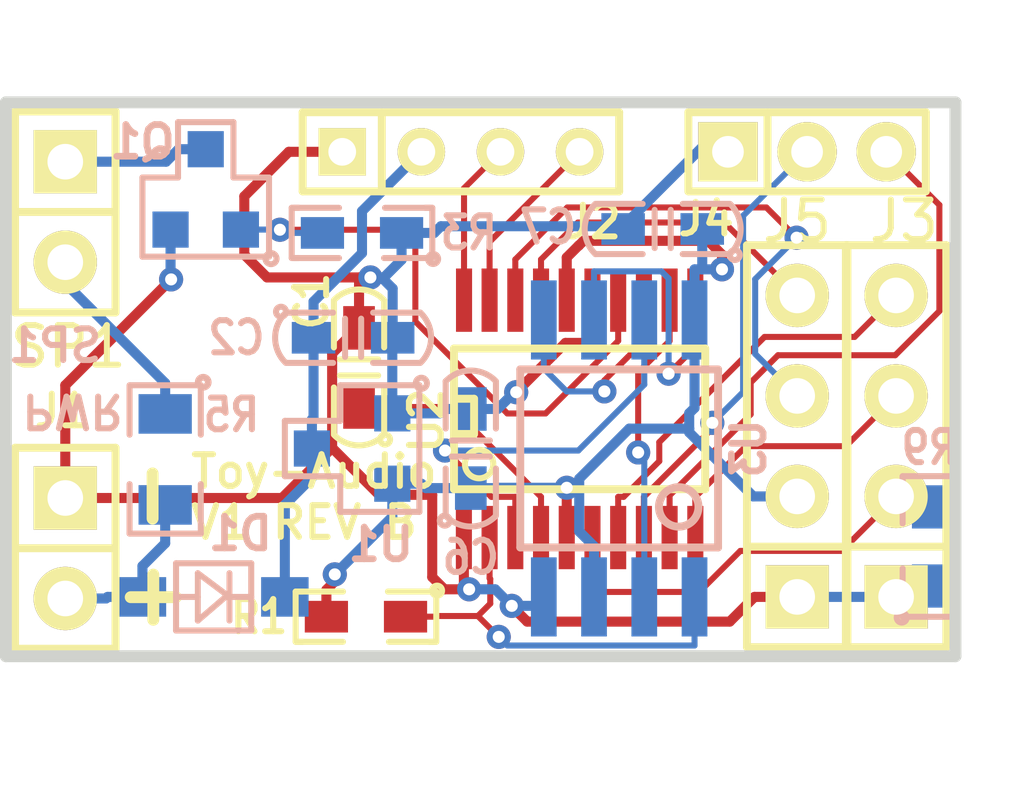
<source format=kicad_pcb>
(kicad_pcb (version 4) (host pcbnew 4.0.0-rc2-stable)

  (general
    (links 49)
    (no_connects 0)
    (area 95.849999 88.849999 120.150001 103.150001)
    (thickness 1.6)
    (drawings 9)
    (tracks 251)
    (zones 0)
    (modules 19)
    (nets 23)
  )

  (page A4)
  (layers
    (0 F.Cu signal)
    (31 B.Cu signal)
    (32 B.Adhes user)
    (33 F.Adhes user)
    (34 B.Paste user)
    (35 F.Paste user)
    (36 B.SilkS user)
    (37 F.SilkS user)
    (38 B.Mask user)
    (39 F.Mask user)
    (40 Dwgs.User user)
    (41 Cmts.User user)
    (42 Eco1.User user)
    (43 Eco2.User user)
    (44 Edge.Cuts user)
    (45 Margin user)
    (46 B.CrtYd user)
    (47 F.CrtYd user)
    (48 B.Fab user)
    (49 F.Fab user)
  )

  (setup
    (last_trace_width 0.1524)
    (trace_clearance 0.1524)
    (zone_clearance 0.508)
    (zone_45_only no)
    (trace_min 0.1524)
    (segment_width 0.2)
    (edge_width 0.3)
    (via_size 0.6096)
    (via_drill 0.3048)
    (via_min_size 0.6096)
    (via_min_drill 0.3048)
    (uvia_size 0.3)
    (uvia_drill 0.1)
    (uvias_allowed no)
    (uvia_min_size 0.2)
    (uvia_min_drill 0.1)
    (pcb_text_width 0.3)
    (pcb_text_size 1.5 1.5)
    (mod_edge_width 0.2)
    (mod_text_size 1 1)
    (mod_text_width 0.15)
    (pad_size 1.2 1)
    (pad_drill 0)
    (pad_to_mask_clearance 0)
    (aux_axis_origin 96 103)
    (grid_origin 169 103)
    (visible_elements 7FFEFFFF)
    (pcbplotparams
      (layerselection 0x000f0_80000001)
      (usegerberextensions true)
      (excludeedgelayer true)
      (linewidth 0.100000)
      (plotframeref false)
      (viasonmask false)
      (mode 1)
      (useauxorigin true)
      (hpglpennumber 1)
      (hpglpenspeed 20)
      (hpglpendiameter 15)
      (hpglpenoverlay 2)
      (psnegative false)
      (psa4output false)
      (plotreference true)
      (plotvalue false)
      (plotinvisibletext false)
      (padsonsilk false)
      (subtractmaskfromsilk true)
      (outputformat 1)
      (mirror false)
      (drillshape 0)
      (scaleselection 1)
      (outputdirectory Gerber/))
  )

  (net 0 "")
  (net 1 GND)
  (net 2 VCC)
  (net 3 VDD)
  (net 4 /SWCLK)
  (net 5 /SWDIO)
  (net 6 /SDA1)
  (net 7 /SCL1)
  (net 8 /PWM)
  (net 9 /SCK1)
  (net 10 /MISO1)
  (net 11 /MOSI1)
  (net 12 "Net-(C1-Pad1)")
  (net 13 /USART1_TX)
  (net 14 /USART1_RX)
  (net 15 /nCS)
  (net 16 /WKUP1)
  (net 17 /LED)
  (net 18 /nHOLD)
  (net 19 /nMUTE)
  (net 20 +BATT)
  (net 21 "Net-(Q1-Pad3)")
  (net 22 "Net-(R5-Pad1)")

  (net_class Default "Dit is de standaard class."
    (clearance 0.1524)
    (trace_width 0.1524)
    (via_dia 0.6096)
    (via_drill 0.3048)
    (uvia_dia 0.3)
    (uvia_drill 0.1)
    (add_net /LED)
    (add_net /MISO1)
    (add_net /MOSI1)
    (add_net /PWM)
    (add_net /SCK1)
    (add_net /SCL1)
    (add_net /SDA1)
    (add_net /SWCLK)
    (add_net /SWDIO)
    (add_net /USART1_RX)
    (add_net /USART1_TX)
    (add_net /WKUP1)
    (add_net /nCS)
    (add_net /nHOLD)
    (add_net /nMUTE)
    (add_net "Net-(C1-Pad1)")
  )

  (net_class PWR ""
    (clearance 0.1524)
    (trace_width 0.254)
    (via_dia 0.6096)
    (via_drill 0.3048)
    (uvia_dia 0.3)
    (uvia_drill 0.1)
    (add_net +BATT)
    (add_net GND)
    (add_net "Net-(Q1-Pad3)")
    (add_net "Net-(R5-Pad1)")
    (add_net VCC)
    (add_net VDD)
  )

  (module MvdL:C0603 (layer B.Cu) (tedit 56719C3A) (tstamp 55EDFFE6)
    (at 107.75 97.75 90)
    (path /55EEE9C5)
    (attr smd)
    (fp_text reference C6 (at -2.75 0 180) (layer B.SilkS)
      (effects (font (size 0.8128 0.7112) (thickness 0.1524)) (justify mirror))
    )
    (fp_text value 1u (at 0.0254 -1.143 90) (layer B.Fab)
      (effects (font (size 0.50038 0.50038) (thickness 0.10922)) (justify mirror))
    )
    (fp_line (start 0.2032 0.4826) (end 0.2032 -0.4826) (layer B.SilkS) (width 0.1524))
    (fp_line (start -0.2032 0.4826) (end -0.2032 -0.4826) (layer B.SilkS) (width 0.1524))
    (fp_line (start 0.5064 0.635) (end 1.7002 0.635) (layer B.SilkS) (width 0.1524))
    (fp_line (start 0.5064 -0.635) (end 1.7002 -0.635) (layer B.SilkS) (width 0.1524))
    (fp_arc (start 1.0906 0) (end 1.7002 -0.635) (angle 90) (layer B.SilkS) (width 0.1524))
    (fp_arc (start -1.0906 0) (end -1.7002 -0.635) (angle -90) (layer B.SilkS) (width 0.1524))
    (fp_line (start -0.5064 -0.635) (end -1.7002 -0.635) (layer B.SilkS) (width 0.1524))
    (fp_line (start -0.5064 0.635) (end -1.7002 0.635) (layer B.SilkS) (width 0.1524))
    (fp_circle (center -1.8224 -0.658) (end -1.8224 -0.531) (layer B.SilkS) (width 0.1524))
    (pad 1 smd rect (at -1 0 90) (size 1.1 0.8) (layers B.Cu B.Paste B.Mask)
      (net 3 VDD) (clearance 0.1524))
    (pad 2 smd rect (at 1 0 90) (size 1.1 0.8) (layers B.Cu B.Paste B.Mask)
      (net 1 GND) (clearance 0.1524))
    (model smd/chip_cms.wrl
      (at (xyz 0 0 0))
      (scale (xyz 0.1 0.1 0.1))
      (rotate (xyz 0 0 0))
    )
  )

  (module MvdL:C0603 (layer B.Cu) (tedit 56719C59) (tstamp 55EDFFEC)
    (at 112.6 92.2 180)
    (path /55D300C8)
    (attr smd)
    (fp_text reference C7 (at 2.9 0.05 180) (layer B.SilkS)
      (effects (font (size 0.8128 0.7112) (thickness 0.1524)) (justify mirror))
    )
    (fp_text value 10u (at 0.0254 -1.143 180) (layer B.Fab)
      (effects (font (size 0.50038 0.50038) (thickness 0.10922)) (justify mirror))
    )
    (fp_line (start 0.2032 0.4826) (end 0.2032 -0.4826) (layer B.SilkS) (width 0.1524))
    (fp_line (start -0.2032 0.4826) (end -0.2032 -0.4826) (layer B.SilkS) (width 0.1524))
    (fp_line (start 0.5064 0.635) (end 1.7002 0.635) (layer B.SilkS) (width 0.1524))
    (fp_line (start 0.5064 -0.635) (end 1.7002 -0.635) (layer B.SilkS) (width 0.1524))
    (fp_arc (start 1.0906 0) (end 1.7002 -0.635) (angle 90) (layer B.SilkS) (width 0.1524))
    (fp_arc (start -1.0906 0) (end -1.7002 -0.635) (angle -90) (layer B.SilkS) (width 0.1524))
    (fp_line (start -0.5064 -0.635) (end -1.7002 -0.635) (layer B.SilkS) (width 0.1524))
    (fp_line (start -0.5064 0.635) (end -1.7002 0.635) (layer B.SilkS) (width 0.1524))
    (fp_circle (center -1.8224 -0.658) (end -1.8224 -0.531) (layer B.SilkS) (width 0.1524))
    (pad 1 smd rect (at -1 0 180) (size 1.1 0.8) (layers B.Cu B.Paste B.Mask)
      (net 3 VDD) (clearance 0.1524))
    (pad 2 smd rect (at 1 0 180) (size 1.1 0.8) (layers B.Cu B.Paste B.Mask)
      (net 1 GND) (clearance 0.1524))
    (model smd/chip_cms.wrl
      (at (xyz 0 0 0))
      (scale (xyz 0.1 0.1 0.1))
      (rotate (xyz 0 0 0))
    )
  )

  (module MvdL:SOD-123 (layer B.Cu) (tedit 567B22F4) (tstamp 55EE000A)
    (at 101.25 101.5 180)
    (path /548FBF10)
    (fp_text reference D1 (at -0.675 1.6 360) (layer B.SilkS)
      (effects (font (size 0.8 0.8) (thickness 0.17)) (justify mirror))
    )
    (fp_text value MBR0520LT1G (at 0.1 -1.6 180) (layer B.Fab)
      (effects (font (size 0.8 0.8) (thickness 0.15)) (justify mirror))
    )
    (fp_line (start 0.4 0) (end 0.95 0) (layer B.SilkS) (width 0.1524))
    (fp_line (start -0.4 0) (end -0.95 0) (layer B.SilkS) (width 0.1524))
    (fp_line (start -0.95 0.85) (end -0.95 -0.85) (layer B.SilkS) (width 0.1524))
    (fp_line (start -0.95 -0.85) (end 0.95 -0.85) (layer B.SilkS) (width 0.1524))
    (fp_line (start 0.95 -0.85) (end 0.95 0.85) (layer B.SilkS) (width 0.1524))
    (fp_line (start 0.95 0.85) (end -0.95 0.85) (layer B.SilkS) (width 0.1524))
    (fp_line (start -0.4 0) (end 0.4 0.6) (layer B.SilkS) (width 0.15))
    (fp_line (start 0.4 0.6) (end 0.4 -0.6) (layer B.SilkS) (width 0.15))
    (fp_line (start 0.4 -0.6) (end -0.3 0) (layer B.SilkS) (width 0.15))
    (fp_line (start -0.4 0.6) (end -0.4 -0.6) (layer B.SilkS) (width 0.15))
    (pad K smd rect (at -1.8 0 180) (size 1.2 1) (layers B.Cu B.Paste B.Mask)
      (net 2 VCC) (clearance 0.1524))
    (pad A smd rect (at 1.8 0 180) (size 1.2 1) (layers B.Cu B.Paste B.Mask)
      (net 20 +BATT) (clearance 0.1524))
  )

  (module MvdL:R0603 (layer B.Cu) (tedit 567B2352) (tstamp 55EE0061)
    (at 105 92.3 180)
    (path /567B2C31)
    (attr smd)
    (fp_text reference R3 (at -2.7 0 360) (layer B.SilkS)
      (effects (font (size 0.8128 0.7112) (thickness 0.1524)) (justify mirror))
    )
    (fp_text value 100k (at 0.0254 -1.143 180) (layer B.Fab)
      (effects (font (size 0.50038 0.50038) (thickness 0.10922)) (justify mirror))
    )
    (fp_line (start -1.6002 0.635) (end -1.7272 0.635) (layer B.SilkS) (width 0.1524))
    (fp_line (start -1.7772 0.635) (end -1.7772 -0.635) (layer B.SilkS) (width 0.1524))
    (fp_line (start -1.7272 -0.635) (end -1.6256 -0.635) (layer B.SilkS) (width 0.1524))
    (fp_line (start 1.6002 0.635) (end 1.7272 0.635) (layer B.SilkS) (width 0.1524))
    (fp_line (start 1.7772 0.635) (end 1.7772 -0.635) (layer B.SilkS) (width 0.1524))
    (fp_line (start 1.7272 -0.635) (end 1.6002 -0.635) (layer B.SilkS) (width 0.1524))
    (fp_line (start 0.5814 0.635) (end 1.7752 0.635) (layer B.SilkS) (width 0.1524))
    (fp_line (start 0.5814 -0.635) (end 1.7752 -0.635) (layer B.SilkS) (width 0.1524))
    (fp_line (start -0.5564 -0.635) (end -1.7502 -0.635) (layer B.SilkS) (width 0.1524))
    (fp_line (start -0.5814 0.635) (end -1.7752 0.635) (layer B.SilkS) (width 0.1524))
    (fp_circle (center -1.7974 -0.658) (end -1.7974 -0.531) (layer B.SilkS) (width 0.1524))
    (pad 1 smd rect (at -1 0 180) (size 1.0922 0.8) (layers B.Cu B.Paste B.Mask)
      (net 1 GND) (clearance 0.1524))
    (pad 2 smd rect (at 1 0 180) (size 1.0922 0.8) (layers B.Cu B.Paste B.Mask)
      (net 8 /PWM) (clearance 0.1524))
    (model smd/chip_cms.wrl
      (at (xyz 0 0 0))
      (scale (xyz 0.1 0.1 0.1))
      (rotate (xyz 0 0 0))
    )
  )

  (module MvdL:SOT23 (layer B.Cu) (tedit 567B235F) (tstamp 55EE0078)
    (at 104.75 97.75 90)
    (descr "Module CMS SOT23 Transistore EBC")
    (tags "CMS SOT")
    (path /55C87310)
    (attr smd)
    (fp_text reference U1 (at -2.425 0.725 180) (layer B.SilkS)
      (effects (font (size 0.8 0.8) (thickness 0.17)) (justify mirror))
    )
    (fp_text value XC6206P282MR (at -0.05 2.3 90) (layer B.Fab)
      (effects (font (size 0.762 0.762) (thickness 0.1905)) (justify mirror))
    )
    (fp_line (start -0.7 -1.7) (end -0.7 -0.3) (layer B.SilkS) (width 0.1524))
    (fp_line (start -0.7 -0.3) (end -1.6 -0.3) (layer B.SilkS) (width 0.1524))
    (fp_line (start -1.6 -0.3) (end -1.6 1.7) (layer B.SilkS) (width 0.1524))
    (fp_line (start 0.7 -0.3) (end 0.7 -1.7) (layer B.SilkS) (width 0.1524))
    (fp_line (start 1.6 1.7) (end 1.6 -0.3) (layer B.SilkS) (width 0.1524))
    (fp_line (start 1.6 -0.3) (end 0.7 -0.3) (layer B.SilkS) (width 0.1524))
    (fp_line (start -0.7 -1.7) (end 0.7 -1.7) (layer B.SilkS) (width 0.1524))
    (fp_line (start -1.6 1.7) (end 1.6 1.7) (layer B.SilkS) (width 0.1524))
    (fp_circle (center 1.65 1.75) (end 1.55 1.65) (layer B.SilkS) (width 0.15))
    (pad 2 smd rect (at -0.889 1.016 90) (size 0.9144 0.9144) (layers B.Cu B.Paste B.Mask)
      (net 3 VDD) (die_length -2147.483648) (clearance 0.1524))
    (pad 1 smd rect (at 0.889 1.016 90) (size 0.9144 0.9144) (layers B.Cu B.Paste B.Mask)
      (net 1 GND) (clearance 0.1524))
    (pad 3 smd rect (at 0 -1.016 90) (size 0.9144 0.9144) (layers B.Cu B.Paste B.Mask)
      (net 2 VCC) (clearance 0.1524))
    (model smd/cms_sot23.wrl
      (at (xyz 0 0 0))
      (scale (xyz 0.13 0.15 0.15))
      (rotate (xyz 0 0 0))
    )
  )

  (module MvdL:HDR-01X4-RM2 (layer F.Cu) (tedit 566F5771) (tstamp 55EE001E)
    (at 104.5 90.25)
    (descr "Connecteur 4 pibs")
    (tags "CONN DEV")
    (path /55EEF165)
    (fp_text reference J2 (at 6.35 1.775) (layer F.SilkS)
      (effects (font (size 0.8 0.8) (thickness 0.15)))
    )
    (fp_text value CONN_01X04 (at 3 -2.5) (layer F.Fab)
      (effects (font (size 1.524 1.016) (thickness 0.254)))
    )
    (fp_line (start 1 -1) (end 1 1) (layer F.SilkS) (width 0.2))
    (fp_line (start -1 -1) (end -1 1) (layer F.SilkS) (width 0.2))
    (fp_line (start -1 1) (end 7 1) (layer F.SilkS) (width 0.2))
    (fp_line (start 7 1) (end 7 -1) (layer F.SilkS) (width 0.2))
    (fp_line (start 7 -1) (end -1 -1) (layer F.SilkS) (width 0.2))
    (pad 1 thru_hole rect (at 0 0) (size 1.2 1.2) (drill 0.7) (layers *.Cu *.Mask F.SilkS)
      (net 1 GND))
    (pad 2 thru_hole circle (at 2 0) (size 1.2 1.2) (drill 0.7) (layers *.Cu *.Mask F.SilkS)
      (net 2 VCC))
    (pad 3 thru_hole circle (at 4 0) (size 1.2 1.2) (drill 0.7) (layers *.Cu *.Mask F.SilkS)
      (net 4 /SWCLK))
    (pad 4 thru_hole circle (at 6 0) (size 1.2 1.2) (drill 0.7) (layers *.Cu *.Mask F.SilkS)
      (net 5 /SWDIO))
  )

  (module MvdL:C0603 (layer F.Cu) (tedit 56707D1A) (tstamp 55EE9A28)
    (at 104.925 95.7 90)
    (path /567B39CD)
    (attr smd)
    (fp_text reference C1 (at 1.675 -1.2 90) (layer F.SilkS)
      (effects (font (size 0.8128 0.7112) (thickness 0.1524)))
    )
    (fp_text value 100n (at 0.0254 1.143 90) (layer F.Fab)
      (effects (font (size 0.50038 0.50038) (thickness 0.10922)))
    )
    (fp_line (start 0.2032 -0.4826) (end 0.2032 0.4826) (layer F.SilkS) (width 0.1524))
    (fp_line (start -0.2032 -0.4826) (end -0.2032 0.4826) (layer F.SilkS) (width 0.1524))
    (fp_line (start 0.5064 -0.635) (end 1.7002 -0.635) (layer F.SilkS) (width 0.1524))
    (fp_line (start 0.5064 0.635) (end 1.7002 0.635) (layer F.SilkS) (width 0.1524))
    (fp_arc (start 1.0906 0) (end 1.7002 0.635) (angle -90) (layer F.SilkS) (width 0.1524))
    (fp_arc (start -1.0906 0) (end -1.7002 0.635) (angle 90) (layer F.SilkS) (width 0.1524))
    (fp_line (start -0.5064 0.635) (end -1.7002 0.635) (layer F.SilkS) (width 0.1524))
    (fp_line (start -0.5064 -0.635) (end -1.7002 -0.635) (layer F.SilkS) (width 0.1524))
    (fp_circle (center -1.8224 0.658) (end -1.8224 0.531) (layer F.SilkS) (width 0.1524))
    (pad 1 smd rect (at -1 0 90) (size 1.1 0.8) (layers F.Cu F.Paste F.Mask)
      (net 12 "Net-(C1-Pad1)") (clearance 0.1524))
    (pad 2 smd rect (at 1 0 90) (size 1.1 0.8) (layers F.Cu F.Paste F.Mask)
      (net 1 GND) (clearance 0.1524))
    (model smd/chip_cms.wrl
      (at (xyz 0 0 0))
      (scale (xyz 0.1 0.1 0.1))
      (rotate (xyz 0 0 0))
    )
  )

  (module MvdL:R0603 (layer F.Cu) (tedit 5671B4C6) (tstamp 55EF3841)
    (at 105.1 102 180)
    (path /55EF382D)
    (attr smd)
    (fp_text reference R1 (at 2.7 0 180) (layer F.SilkS)
      (effects (font (size 0.8128 0.7112) (thickness 0.1524)))
    )
    (fp_text value 100k (at 0.0254 1.143 180) (layer F.Fab)
      (effects (font (size 0.50038 0.50038) (thickness 0.10922)))
    )
    (fp_line (start -1.6002 -0.635) (end -1.7272 -0.635) (layer F.SilkS) (width 0.1524))
    (fp_line (start -1.7772 -0.635) (end -1.7772 0.635) (layer F.SilkS) (width 0.1524))
    (fp_line (start -1.7272 0.635) (end -1.6256 0.635) (layer F.SilkS) (width 0.1524))
    (fp_line (start 1.6002 -0.635) (end 1.7272 -0.635) (layer F.SilkS) (width 0.1524))
    (fp_line (start 1.7772 -0.635) (end 1.7772 0.635) (layer F.SilkS) (width 0.1524))
    (fp_line (start 1.7272 0.635) (end 1.6002 0.635) (layer F.SilkS) (width 0.1524))
    (fp_line (start 0.5814 -0.635) (end 1.7752 -0.635) (layer F.SilkS) (width 0.1524))
    (fp_line (start 0.5814 0.635) (end 1.7752 0.635) (layer F.SilkS) (width 0.1524))
    (fp_line (start -0.5564 0.635) (end -1.7502 0.635) (layer F.SilkS) (width 0.1524))
    (fp_line (start -0.5814 -0.635) (end -1.7752 -0.635) (layer F.SilkS) (width 0.1524))
    (fp_circle (center -1.7974 0.658) (end -1.7974 0.531) (layer F.SilkS) (width 0.1524))
    (pad 1 smd rect (at -1 0 180) (size 1.0922 0.8) (layers F.Cu F.Paste F.Mask)
      (net 15 /nCS) (clearance 0.1524))
    (pad 2 smd rect (at 1 0 180) (size 1.0922 0.8) (layers F.Cu F.Paste F.Mask)
      (net 3 VDD) (clearance 0.1524))
    (model smd/chip_cms.wrl
      (at (xyz 0 0 0))
      (scale (xyz 0.1 0.1 0.1))
      (rotate (xyz 0 0 0))
    )
  )

  (module MvdL:SOIC-8-208mil (layer B.Cu) (tedit 56707D3D) (tstamp 55EE009C)
    (at 111.5 98 90)
    (descr "Small Outline w/ Pins")
    (tags "SOIC SSOP TSSOP")
    (path /548FE3C4)
    (attr smd)
    (fp_text reference U3 (at 0.25 3.275 90) (layer B.SilkS)
      (effects (font (size 0.8 0.7) (thickness 0.17)) (justify mirror))
    )
    (fp_text value W25Q32FVSIG (at 0 -3.505 90) (layer B.Fab)
      (effects (font (size 1 1) (thickness 0.15)) (justify mirror))
    )
    (fp_line (start 2.25 2.5) (end 2.25 -2.5) (layer B.SilkS) (width 0.2))
    (fp_line (start -2.25 2.5) (end -2.25 -2.5) (layer B.SilkS) (width 0.2))
    (fp_line (start 2.25 -2.5) (end -2.25 -2.5) (layer B.SilkS) (width 0.2))
    (fp_line (start -2.25 2.5) (end 2.25 2.5) (layer B.SilkS) (width 0.2))
    (fp_circle (center -1.225 1.505) (end -0.725 1.505) (layer B.SilkS) (width 0.2))
    (pad 1 smd rect (at -3.5 1.905 90) (size 2 0.65) (layers B.Cu B.Paste B.Mask)
      (net 15 /nCS))
    (pad 2 smd rect (at -3.5 0.635 90) (size 2 0.65) (layers B.Cu B.Paste B.Mask)
      (net 10 /MISO1))
    (pad 3 smd rect (at -3.5 -0.635 90) (size 2 0.65) (layers B.Cu B.Paste B.Mask)
      (net 3 VDD))
    (pad 4 smd rect (at -3.5 -1.905 90) (size 2 0.65) (layers B.Cu B.Paste B.Mask)
      (net 1 GND))
    (pad 5 smd rect (at 3.5 -1.905 90) (size 2 0.65) (layers B.Cu B.Paste B.Mask)
      (net 11 /MOSI1))
    (pad 6 smd rect (at 3.5 -0.635 90) (size 2 0.65) (layers B.Cu B.Paste B.Mask)
      (net 9 /SCK1))
    (pad 7 smd rect (at 3.5 0.635 90) (size 2 0.65) (layers B.Cu B.Paste B.Mask)
      (net 18 /nHOLD))
    (pad 8 smd rect (at 3.5 1.905 90) (size 2 0.65) (layers B.Cu B.Paste B.Mask)
      (net 3 VDD))
    (model DMC3028LSD.wrl
      (at (xyz 0 0 0))
      (scale (xyz 0.3937 0.3937 0.3937))
      (rotate (xyz 0 0 0))
    )
  )

  (module MvdL:C0603 (layer B.Cu) (tedit 567B2362) (tstamp 566F5D33)
    (at 104.775 94.95)
    (path /567B56DF)
    (attr smd)
    (fp_text reference C2 (at -2.95 0 180) (layer B.SilkS)
      (effects (font (size 0.8128 0.7112) (thickness 0.1524)) (justify mirror))
    )
    (fp_text value 1u (at 0.0254 -1.143) (layer B.Fab)
      (effects (font (size 0.50038 0.50038) (thickness 0.10922)) (justify mirror))
    )
    (fp_line (start 0.2032 0.4826) (end 0.2032 -0.4826) (layer B.SilkS) (width 0.1524))
    (fp_line (start -0.2032 0.4826) (end -0.2032 -0.4826) (layer B.SilkS) (width 0.1524))
    (fp_line (start 0.5064 0.635) (end 1.7002 0.635) (layer B.SilkS) (width 0.1524))
    (fp_line (start 0.5064 -0.635) (end 1.7002 -0.635) (layer B.SilkS) (width 0.1524))
    (fp_arc (start 1.0906 0) (end 1.7002 -0.635) (angle 90) (layer B.SilkS) (width 0.1524))
    (fp_arc (start -1.0906 0) (end -1.7002 -0.635) (angle -90) (layer B.SilkS) (width 0.1524))
    (fp_line (start -0.5064 -0.635) (end -1.7002 -0.635) (layer B.SilkS) (width 0.1524))
    (fp_line (start -0.5064 0.635) (end -1.7002 0.635) (layer B.SilkS) (width 0.1524))
    (fp_circle (center -1.8224 -0.658) (end -1.8224 -0.531) (layer B.SilkS) (width 0.1524))
    (pad 1 smd rect (at -1 0) (size 1.1 0.8) (layers B.Cu B.Paste B.Mask)
      (net 2 VCC) (clearance 0.1524))
    (pad 2 smd rect (at 1 0) (size 1.1 0.8) (layers B.Cu B.Paste B.Mask)
      (net 1 GND) (clearance 0.1524))
    (model smd/chip_cms.wrl
      (at (xyz 0 0 0))
      (scale (xyz 0.1 0.1 0.1))
      (rotate (xyz 0 0 0))
    )
  )

  (module MvdL:HDR_01x02_RM2.54 (layer F.Cu) (tedit 567B2419) (tstamp 566F5D34)
    (at 97.5 99 270)
    (path /566F19BE)
    (fp_text reference J1 (at -2.2 0.075 360) (layer F.SilkS)
      (effects (font (size 0.8 0.8) (thickness 0.15)))
    )
    (fp_text value CONN_01X02 (at 2.54 -2.54 270) (layer F.Fab)
      (effects (font (size 1 1) (thickness 0.15)))
    )
    (fp_line (start -1.27 1.27) (end 3.81 1.27) (layer F.SilkS) (width 0.2))
    (fp_line (start -1.27 -1.27) (end 3.81 -1.27) (layer F.SilkS) (width 0.2))
    (fp_line (start 3.81 -1.27) (end 3.81 1.27) (layer F.SilkS) (width 0.2))
    (fp_line (start 1.27 -1.27) (end 1.27 1.27) (layer F.SilkS) (width 0.2))
    (fp_line (start -1.27 -1.27) (end -1.27 1.27) (layer F.SilkS) (width 0.2))
    (pad 1 thru_hole rect (at 0 0 270) (size 1.6 1.6) (drill 0.9) (layers *.Cu *.Mask F.SilkS)
      (net 1 GND))
    (pad 2 thru_hole circle (at 2.54 0 270) (size 1.6 1.6) (drill 0.9) (layers *.Cu *.Mask F.SilkS)
      (net 20 +BATT))
  )

  (module MvdL:HDR_01x04_RM2.54 (layer F.Cu) (tedit 567B246C) (tstamp 566F5D61)
    (at 116 101.5 90)
    (path /566EE894)
    (fp_text reference J5 (at 9.5 0 180) (layer F.SilkS)
      (effects (font (size 1 1) (thickness 0.15)))
    )
    (fp_text value CONN_01X04 (at 2.54 -2.54 90) (layer F.Fab)
      (effects (font (size 1 1) (thickness 0.15)))
    )
    (fp_line (start 1.27 -1.27) (end 1.27 1.27) (layer F.SilkS) (width 0.2))
    (fp_line (start -1.27 -1.27) (end -1.27 1.27) (layer F.SilkS) (width 0.2))
    (fp_line (start -1.27 1.27) (end 8.89 1.27) (layer F.SilkS) (width 0.2))
    (fp_line (start 8.89 1.27) (end 8.89 -1.27) (layer F.SilkS) (width 0.2))
    (fp_line (start 8.89 -1.27) (end -1.27 -1.27) (layer F.SilkS) (width 0.2))
    (pad 1 thru_hole rect (at 0 0 90) (size 1.6 1.6) (drill 0.9) (layers *.Cu *.Mask F.SilkS)
      (net 1 GND))
    (pad 2 thru_hole circle (at 2.54 0 90) (size 1.6 1.6) (drill 0.9) (layers *.Cu *.Mask F.SilkS)
      (net 3 VDD))
    (pad 3 thru_hole circle (at 5.08 0 90) (size 1.6 1.6) (drill 0.9) (layers *.Cu *.Mask F.SilkS)
      (net 6 /SDA1))
    (pad 4 thru_hole circle (at 7.62 0 90) (size 1.6 1.6) (drill 0.9) (layers *.Cu *.Mask F.SilkS)
      (net 7 /SCL1))
  )

  (module MvdL:HDR_01x03_RM2 (layer F.Cu) (tedit 566F576C) (tstamp 566F5D54)
    (at 114.25 90.25)
    (path /566EE2D1)
    (fp_text reference J4 (at -0.55 1.7) (layer F.SilkS)
      (effects (font (size 0.8 0.8) (thickness 0.15)))
    )
    (fp_text value CONN_01X03 (at 2.54 -2.54) (layer F.Fab)
      (effects (font (size 1 1) (thickness 0.15)))
    )
    (fp_line (start 5 1) (end -1 1) (layer F.SilkS) (width 0.2))
    (fp_line (start 5 -1) (end -1 -1) (layer F.SilkS) (width 0.2))
    (fp_line (start 5 -1) (end 5 1) (layer F.SilkS) (width 0.2))
    (fp_line (start 1 -1) (end 1 1) (layer F.SilkS) (width 0.2))
    (fp_line (start -1 -1) (end -1 1) (layer F.SilkS) (width 0.2))
    (pad 1 thru_hole rect (at 0 0) (size 1.5 1.5) (drill 0.8) (layers *.Cu *.Mask F.SilkS)
      (net 1 GND))
    (pad 2 thru_hole circle (at 2 0) (size 1.5 1.5) (drill 0.8) (layers *.Cu *.Mask F.SilkS)
      (net 13 /USART1_TX))
    (pad 3 thru_hole circle (at 4 0) (size 1.5 1.5) (drill 0.8) (layers *.Cu *.Mask F.SilkS)
      (net 14 /USART1_RX))
  )

  (module MvdL:TSSOP20 (layer F.Cu) (tedit 56707CCE) (tstamp 55EE0090)
    (at 110.5 97)
    (descr "SSOP 20 pins")
    (tags "CMS SSOP SMD")
    (path /55EC69BE)
    (attr smd)
    (fp_text reference U2 (at -3.875 0.05 90) (layer F.SilkS)
      (effects (font (size 0.8 0.8) (thickness 0.154)))
    )
    (fp_text value STM32F030F4P6 (at 0 0) (layer F.Fab)
      (effects (font (size 1 1) (thickness 0.2)))
    )
    (fp_line (start -3.175 -0.508) (end -2.667 -0.508) (layer F.SilkS) (width 0.2))
    (fp_line (start -2.667 -0.508) (end -2.667 0.381) (layer F.SilkS) (width 0.2))
    (fp_line (start -2.667 0.381) (end -3.175 0.381) (layer F.SilkS) (width 0.2))
    (fp_line (start 3.175 -1.778) (end 3.175 1.778) (layer F.SilkS) (width 0.2))
    (fp_line (start 3.175 1.778) (end -3.175 1.778) (layer F.SilkS) (width 0.2))
    (fp_line (start -3.175 1.778) (end -3.175 -1.778) (layer F.SilkS) (width 0.2))
    (fp_line (start -3.175 -1.778) (end 3.175 -1.778) (layer F.SilkS) (width 0.2))
    (fp_circle (center -2.54 1.143) (end -2.794 0.889) (layer F.SilkS) (width 0.1524))
    (pad 1 smd rect (at -2.925 3) (size 0.4064 1.6) (layers F.Cu F.Paste F.Mask)
      (net 1 GND))
    (pad 2 smd rect (at -2.275 3) (size 0.4064 1.6) (layers F.Cu F.Paste F.Mask)
      (net 15 /nCS))
    (pad 3 smd rect (at -1.625 3) (size 0.4064 1.6) (layers F.Cu F.Paste F.Mask)
      (net 18 /nHOLD))
    (pad 4 smd rect (at -0.975 3) (size 0.4064 1.6) (layers F.Cu F.Paste F.Mask)
      (net 12 "Net-(C1-Pad1)"))
    (pad 5 smd rect (at -0.325 3) (size 0.4064 1.6) (layers F.Cu F.Paste F.Mask)
      (net 3 VDD))
    (pad 6 smd rect (at 0.325 3) (size 0.4064 1.6) (layers F.Cu F.Paste F.Mask)
      (net 16 /WKUP1))
    (pad 7 smd rect (at 0.975 3) (size 0.4064 1.6) (layers F.Cu F.Paste F.Mask)
      (net 19 /nMUTE))
    (pad 8 smd rect (at 1.625 3) (size 0.4064 1.6) (layers F.Cu F.Paste F.Mask)
      (net 13 /USART1_TX))
    (pad 9 smd rect (at 2.275 3) (size 0.4064 1.6) (layers F.Cu F.Paste F.Mask)
      (net 14 /USART1_RX))
    (pad 10 smd rect (at 2.925 3) (size 0.4064 1.6) (layers F.Cu F.Paste F.Mask)
      (net 17 /LED))
    (pad 11 smd rect (at 2.925 -3) (size 0.4064 1.6) (layers F.Cu F.Paste F.Mask)
      (net 9 /SCK1))
    (pad 12 smd rect (at 2.275 -3) (size 0.4064 1.6) (layers F.Cu F.Paste F.Mask)
      (net 10 /MISO1))
    (pad 13 smd rect (at 1.625 -3) (size 0.4064 1.6) (layers F.Cu F.Paste F.Mask)
      (net 11 /MOSI1))
    (pad 14 smd rect (at 0.975 -3) (size 0.4064 1.6) (layers F.Cu F.Paste F.Mask)
      (net 8 /PWM))
    (pad 15 smd rect (at 0.325 -3) (size 0.4064 1.6) (layers F.Cu F.Paste F.Mask)
      (net 1 GND))
    (pad 16 smd rect (at -0.325 -3) (size 0.4064 1.6) (layers F.Cu F.Paste F.Mask)
      (net 3 VDD))
    (pad 17 smd rect (at -0.975 -3) (size 0.4064 1.6) (layers F.Cu F.Paste F.Mask)
      (net 7 /SCL1))
    (pad 18 smd rect (at -1.625 -3) (size 0.4064 1.6) (layers F.Cu F.Paste F.Mask)
      (net 6 /SDA1))
    (pad 19 smd rect (at -2.275 -3) (size 0.4064 1.6) (layers F.Cu F.Paste F.Mask)
      (net 5 /SWDIO))
    (pad 20 smd rect (at -2.921 -3) (size 0.4064 1.6) (layers F.Cu F.Paste F.Mask)
      (net 4 /SWCLK))
    (model smd/cms_so20.wrl
      (at (xyz 0 0 0))
      (scale (xyz 0.255 0.33 0.3))
      (rotate (xyz 0 0 0))
    )
  )

  (module MvdL:R0603 (layer B.Cu) (tedit 567B2663) (tstamp 56783448)
    (at 119.3 100.225 90)
    (path /56784EB9)
    (attr smd)
    (fp_text reference R9 (at 2.5 0.05 360) (layer B.SilkS)
      (effects (font (size 0.8128 0.7112) (thickness 0.1524)) (justify mirror))
    )
    (fp_text value 10k (at 0.0254 -1.143 90) (layer B.Fab)
      (effects (font (size 0.50038 0.50038) (thickness 0.10922)) (justify mirror))
    )
    (fp_line (start -1.6002 0.635) (end -1.7272 0.635) (layer B.SilkS) (width 0.1524))
    (fp_line (start -1.7772 0.635) (end -1.7772 -0.635) (layer B.SilkS) (width 0.1524))
    (fp_line (start -1.7272 -0.635) (end -1.6256 -0.635) (layer B.SilkS) (width 0.1524))
    (fp_line (start 1.6002 0.635) (end 1.7272 0.635) (layer B.SilkS) (width 0.1524))
    (fp_line (start 1.7772 0.635) (end 1.7772 -0.635) (layer B.SilkS) (width 0.1524))
    (fp_line (start 1.7272 -0.635) (end 1.6002 -0.635) (layer B.SilkS) (width 0.1524))
    (fp_line (start 0.5814 0.635) (end 1.7752 0.635) (layer B.SilkS) (width 0.1524))
    (fp_line (start 0.5814 -0.635) (end 1.7752 -0.635) (layer B.SilkS) (width 0.1524))
    (fp_line (start -0.5564 -0.635) (end -1.7502 -0.635) (layer B.SilkS) (width 0.1524))
    (fp_line (start -0.5814 0.635) (end -1.7752 0.635) (layer B.SilkS) (width 0.1524))
    (fp_circle (center -1.7974 -0.658) (end -1.7974 -0.531) (layer B.SilkS) (width 0.1524))
    (pad 1 smd rect (at -1 0 90) (size 1.0922 0.8) (layers B.Cu B.Paste B.Mask)
      (net 1 GND) (clearance 0.1524))
    (pad 2 smd rect (at 1 0 90) (size 1.0922 0.8) (layers B.Cu B.Paste B.Mask)
      (net 16 /WKUP1) (clearance 0.1524))
    (model smd/chip_cms.wrl
      (at (xyz 0 0 0))
      (scale (xyz 0.1 0.1 0.1))
      (rotate (xyz 0 0 0))
    )
  )

  (module MvdL:HDR_01x04_RM2.54 (layer F.Cu) (tedit 567B2463) (tstamp 567B2221)
    (at 118.5 101.5 90)
    (path /567B46D8)
    (fp_text reference J3 (at 9.5 0.2 180) (layer F.SilkS)
      (effects (font (size 1 1) (thickness 0.15)))
    )
    (fp_text value CONN_01X04 (at 2.54 -2.54 90) (layer F.Fab)
      (effects (font (size 1 1) (thickness 0.15)))
    )
    (fp_line (start 1.27 -1.27) (end 1.27 1.27) (layer F.SilkS) (width 0.2))
    (fp_line (start -1.27 -1.27) (end -1.27 1.27) (layer F.SilkS) (width 0.2))
    (fp_line (start -1.27 1.27) (end 8.89 1.27) (layer F.SilkS) (width 0.2))
    (fp_line (start 8.89 1.27) (end 8.89 -1.27) (layer F.SilkS) (width 0.2))
    (fp_line (start 8.89 -1.27) (end -1.27 -1.27) (layer F.SilkS) (width 0.2))
    (pad 1 thru_hole rect (at 0 0 90) (size 1.6 1.6) (drill 0.9) (layers *.Cu *.Mask F.SilkS)
      (net 1 GND))
    (pad 2 thru_hole circle (at 2.54 0 90) (size 1.6 1.6) (drill 0.9) (layers *.Cu *.Mask F.SilkS)
      (net 16 /WKUP1))
    (pad 3 thru_hole circle (at 5.08 0 90) (size 1.6 1.6) (drill 0.9) (layers *.Cu *.Mask F.SilkS)
      (net 17 /LED))
    (pad 4 thru_hole circle (at 7.62 0 90) (size 1.6 1.6) (drill 0.9) (layers *.Cu *.Mask F.SilkS)
      (net 19 /nMUTE))
  )

  (module MvdL:SOT23 (layer B.Cu) (tedit 55CE601A) (tstamp 567B223C)
    (at 101.05 91.2)
    (descr "Module CMS SOT23 Transistore EBC")
    (tags "CMS SOT")
    (path /567B21AC)
    (attr smd)
    (fp_text reference Q1 (at -1.6 -1.2) (layer B.SilkS)
      (effects (font (size 0.8 0.8) (thickness 0.17)) (justify mirror))
    )
    (fp_text value Si2302DS (at -0.05 2.3) (layer B.Fab)
      (effects (font (size 0.762 0.762) (thickness 0.1905)) (justify mirror))
    )
    (fp_line (start -0.7 -1.7) (end -0.7 -0.3) (layer B.SilkS) (width 0.1524))
    (fp_line (start -0.7 -0.3) (end -1.6 -0.3) (layer B.SilkS) (width 0.1524))
    (fp_line (start -1.6 -0.3) (end -1.6 1.7) (layer B.SilkS) (width 0.1524))
    (fp_line (start 0.7 -0.3) (end 0.7 -1.7) (layer B.SilkS) (width 0.1524))
    (fp_line (start 1.6 1.7) (end 1.6 -0.3) (layer B.SilkS) (width 0.1524))
    (fp_line (start 1.6 -0.3) (end 0.7 -0.3) (layer B.SilkS) (width 0.1524))
    (fp_line (start -0.7 -1.7) (end 0.7 -1.7) (layer B.SilkS) (width 0.1524))
    (fp_line (start -1.6 1.7) (end 1.6 1.7) (layer B.SilkS) (width 0.1524))
    (fp_circle (center 1.65 1.75) (end 1.55 1.65) (layer B.SilkS) (width 0.15))
    (pad 2 smd rect (at -0.889 1.016) (size 0.9144 0.9144) (layers B.Cu B.Paste B.Mask)
      (net 1 GND) (die_length -2147.483648) (clearance 0.1524))
    (pad 1 smd rect (at 0.889 1.016) (size 0.9144 0.9144) (layers B.Cu B.Paste B.Mask)
      (net 8 /PWM) (clearance 0.1524))
    (pad 3 smd rect (at 0 -1.016) (size 0.9144 0.9144) (layers B.Cu B.Paste B.Mask)
      (net 21 "Net-(Q1-Pad3)") (clearance 0.1524))
    (model smd/cms_sot23.wrl
      (at (xyz 0 0 0))
      (scale (xyz 0.13 0.15 0.15))
      (rotate (xyz 0 0 0))
    )
  )

  (module MvdL:HDR_01x02_RM2.54 (layer F.Cu) (tedit 567B2413) (tstamp 567B223D)
    (at 97.5 90.5 270)
    (path /567B21A5)
    (fp_text reference SP1 (at 4.675 -0.075 360) (layer F.SilkS)
      (effects (font (size 1 1) (thickness 0.15)))
    )
    (fp_text value 16Ohm (at 2.54 -2.54 270) (layer F.Fab)
      (effects (font (size 1 1) (thickness 0.15)))
    )
    (fp_line (start -1.27 1.27) (end 3.81 1.27) (layer F.SilkS) (width 0.2))
    (fp_line (start -1.27 -1.27) (end 3.81 -1.27) (layer F.SilkS) (width 0.2))
    (fp_line (start 3.81 -1.27) (end 3.81 1.27) (layer F.SilkS) (width 0.2))
    (fp_line (start 1.27 -1.27) (end 1.27 1.27) (layer F.SilkS) (width 0.2))
    (fp_line (start -1.27 -1.27) (end -1.27 1.27) (layer F.SilkS) (width 0.2))
    (pad 1 thru_hole rect (at 0 0 270) (size 1.6 1.6) (drill 0.9) (layers *.Cu *.Mask F.SilkS)
      (net 21 "Net-(Q1-Pad3)"))
    (pad 2 thru_hole circle (at 2.54 0 270) (size 1.6 1.6) (drill 0.9) (layers *.Cu *.Mask F.SilkS)
      (net 22 "Net-(R5-Pad1)"))
  )

  (module MvdL:R0805 (layer B.Cu) (tedit 567B22F8) (tstamp 566F5D94)
    (at 100.025 98.025 270)
    (path /567B21BA)
    (attr smd)
    (fp_text reference R5 (at -1.125 -1.675 540) (layer B.SilkS)
      (effects (font (size 0.8 0.7) (thickness 0.1524)) (justify mirror))
    )
    (fp_text value "12R 0.5W" (at -0.0508 -1.3462 270) (layer B.Fab)
      (effects (font (size 0.50038 0.50038) (thickness 0.10922)) (justify mirror))
    )
    (fp_line (start -1.875 0.875) (end -1.875 -0.9) (layer B.SilkS) (width 0.1524))
    (fp_line (start 1.875 0.9) (end 1.875 -0.9) (layer B.SilkS) (width 0.1524))
    (fp_line (start 1.875 -0.9) (end 0.625 -0.9) (layer B.SilkS) (width 0.1524))
    (fp_line (start 1.875 0.9) (end 0.625 0.9) (layer B.SilkS) (width 0.1524))
    (fp_line (start -1.875 -0.9) (end -0.625 -0.9) (layer B.SilkS) (width 0.1524))
    (fp_line (start -1.875 0.9) (end -0.625 0.9) (layer B.SilkS) (width 0.1524))
    (fp_circle (center -1.951 -0.962) (end -1.951 -0.835) (layer B.SilkS) (width 0.17))
    (pad 1 smd rect (at -1.15 0 270) (size 1 1.3462) (layers B.Cu B.Paste B.Mask)
      (net 22 "Net-(R5-Pad1)") (clearance 0.1524))
    (pad 2 smd rect (at 1.15 0 270) (size 1 1.3462) (layers B.Cu B.Paste B.Mask)
      (net 20 +BATT) (clearance 0.1524))
    (model smd/chip_cms.wrl
      (at (xyz 0 0 0))
      (scale (xyz 0.1 0.1 0.1))
      (rotate (xyz 0 0 0))
    )
  )

  (gr_text SP1 (at 98.5 95.15) (layer B.SilkS)
    (effects (font (size 0.8 0.8) (thickness 0.1524)) (justify left mirror))
  )
  (gr_text PWR (at 96.325 96.8 180) (layer B.SilkS)
    (effects (font (size 0.8 0.8) (thickness 0.1524)) (justify left mirror))
  )
  (gr_text - (at 99.6 98.95 90) (layer F.SilkS)
    (effects (font (size 1.5 1.5) (thickness 0.3)))
  )
  (gr_line (start 120 89) (end 120 103) (angle 90) (layer Edge.Cuts) (width 0.3))
  (gr_line (start 96 89) (end 120 89) (angle 90) (layer Edge.Cuts) (width 0.3))
  (gr_line (start 96 103) (end 96 89) (angle 90) (layer Edge.Cuts) (width 0.3))
  (gr_line (start 120 103) (end 96 103) (angle 90) (layer Edge.Cuts) (width 0.3))
  (gr_text "Toy-Audio\nV1 REV B" (at 100.6 98.975) (layer F.SilkS)
    (effects (font (size 0.8 0.8) (thickness 0.1524)) (justify left))
  )
  (gr_text + (at 99.725 101.4) (layer F.SilkS)
    (effects (font (size 1.5 1.5) (thickness 0.3)))
  )

  (segment (start 107.7078 101.308) (end 107.083 101.308) (width 0.254) (layer F.Cu) (net 1))
  (segment (start 106.775 101) (end 106.775 98.9203) (width 0.254) (layer F.Cu) (net 1) (tstamp 567B2797))
  (segment (start 107.083 101.308) (end 106.775 101) (width 0.254) (layer F.Cu) (net 1) (tstamp 567B2795))
  (segment (start 108.7856 101.7263) (end 108.7856 101.7356) (width 0.254) (layer F.Cu) (net 1))
  (segment (start 114.2953 102.125) (end 114.9203 101.5) (width 0.254) (layer F.Cu) (net 1) (tstamp 567B2746))
  (segment (start 109.175 102.125) (end 114.2953 102.125) (width 0.254) (layer F.Cu) (net 1) (tstamp 567B2745))
  (segment (start 108.7856 101.7356) (end 109.175 102.125) (width 0.254) (layer F.Cu) (net 1) (tstamp 567B2742))
  (segment (start 104.5 90.25) (end 103.15 90.25) (width 0.254) (layer F.Cu) (net 1) (status 400000))
  (segment (start 102.6 93.425) (end 105.2124 93.425) (width 0.254) (layer F.Cu) (net 1) (tstamp 567B271A))
  (segment (start 102.025 92.85) (end 102.6 93.425) (width 0.254) (layer F.Cu) (net 1) (tstamp 567B2719))
  (segment (start 102.025 91.375) (end 102.025 92.85) (width 0.254) (layer F.Cu) (net 1) (tstamp 567B2716))
  (segment (start 103.15 90.25) (end 102.025 91.375) (width 0.254) (layer F.Cu) (net 1) (tstamp 567B2715))
  (segment (start 97.5 99) (end 97.5 96.15) (width 0.254) (layer F.Cu) (net 1) (status 400000))
  (segment (start 97.5 96.15) (end 100.175 93.475) (width 0.254) (layer F.Cu) (net 1) (tstamp 567B26D1))
  (segment (start 100.161 92.216) (end 100.161 93.461) (width 0.254) (layer B.Cu) (net 1) (status 400000))
  (segment (start 100.161 93.461) (end 100.175 93.475) (width 0.254) (layer B.Cu) (net 1) (tstamp 567B26C3))
  (via (at 100.175 93.475) (size 0.6096) (drill 0.3048) (layers F.Cu B.Cu) (net 1))
  (via (at 105.2124 93.425) (size 0.6096) (layers F.Cu B.Cu) (net 1))
  (via (at 108.8973 96.3262) (size 0.6096) (layers F.Cu B.Cu) (net 1))
  (via (at 108.7856 101.7263) (size 0.6096) (layers F.Cu B.Cu) (net 1))
  (via (at 107.7078 101.308) (size 0.6096) (layers F.Cu B.Cu) (net 1))
  (segment (start 107.75 96.75) (end 107.0703 96.75) (width 0.254) (layer B.Cu) (net 1))
  (segment (start 106.9593 96.861) (end 107.0703 96.75) (width 0.254) (layer B.Cu) (net 1))
  (segment (start 105.766 96.861) (end 106.9593 96.861) (width 0.254) (layer B.Cu) (net 1))
  (segment (start 105.775 94.95) (end 105.775 94.7175) (width 0.254) (layer B.Cu) (net 1))
  (segment (start 105.775 94.7175) (end 105.775 94.2703) (width 0.254) (layer B.Cu) (net 1))
  (segment (start 105.766 94.7265) (end 105.766 96.861) (width 0.254) (layer B.Cu) (net 1))
  (segment (start 105.775 94.7175) (end 105.766 94.7265) (width 0.254) (layer B.Cu) (net 1))
  (segment (start 104.925 93.425) (end 105.2124 93.425) (width 0.254) (layer F.Cu) (net 1))
  (segment (start 104.925 93.8703) (end 104.925 93.425) (width 0.254) (layer F.Cu) (net 1))
  (segment (start 105.5242 93.4555) (end 106 92.9797) (width 0.254) (layer B.Cu) (net 1))
  (segment (start 105.4937 93.425) (end 105.5242 93.4555) (width 0.254) (layer B.Cu) (net 1))
  (segment (start 105.2124 93.425) (end 105.4937 93.425) (width 0.254) (layer B.Cu) (net 1))
  (segment (start 105.775 93.7063) (end 105.775 94.2703) (width 0.254) (layer B.Cu) (net 1))
  (segment (start 105.5242 93.4555) (end 105.775 93.7063) (width 0.254) (layer B.Cu) (net 1))
  (segment (start 104.925 94.2851) (end 104.925 94.6322) (width 0.254) (layer F.Cu) (net 1))
  (segment (start 104.925 94.2851) (end 104.925 93.8703) (width 0.254) (layer F.Cu) (net 1))
  (segment (start 106 92.3) (end 106 92.9797) (width 0.254) (layer B.Cu) (net 1))
  (segment (start 111.6 92.2) (end 111.6 92.1313) (width 0.254) (layer B.Cu) (net 1))
  (segment (start 106.9945 92.1313) (end 106.8258 92.3) (width 0.254) (layer B.Cu) (net 1))
  (segment (start 111.6 92.1313) (end 106.9945 92.1313) (width 0.254) (layer B.Cu) (net 1))
  (segment (start 106 92.3) (end 106.8258 92.3) (width 0.254) (layer B.Cu) (net 1))
  (segment (start 110.1438 95.0797) (end 108.8973 96.3262) (width 0.254) (layer F.Cu) (net 1))
  (segment (start 110.825 95.0797) (end 110.1438 95.0797) (width 0.254) (layer F.Cu) (net 1))
  (segment (start 108.8535 96.3262) (end 108.4297 96.75) (width 0.254) (layer B.Cu) (net 1))
  (segment (start 108.8973 96.3262) (end 108.8535 96.3262) (width 0.254) (layer B.Cu) (net 1))
  (segment (start 110.825 94) (end 110.825 95.0797) (width 0.254) (layer F.Cu) (net 1))
  (segment (start 107.75 96.75) (end 108.4297 96.75) (width 0.254) (layer B.Cu) (net 1))
  (segment (start 116 101.5) (end 118.5 101.5) (width 0.254) (layer B.Cu) (net 1))
  (segment (start 118.6203 101.3797) (end 118.6203 101.225) (width 0.254) (layer B.Cu) (net 1))
  (segment (start 118.5 101.5) (end 118.6203 101.3797) (width 0.254) (layer B.Cu) (net 1))
  (segment (start 119.3 101.225) (end 118.6203 101.225) (width 0.254) (layer B.Cu) (net 1))
  (segment (start 109.3687 101.7263) (end 108.7856 101.7263) (width 0.254) (layer B.Cu) (net 1))
  (segment (start 109.595 101.5) (end 109.3687 101.7263) (width 0.254) (layer B.Cu) (net 1))
  (segment (start 116 101.5) (end 114.9203 101.5) (width 0.254) (layer F.Cu) (net 1))
  (segment (start 114.25 90.25) (end 114.25 89.6875) (width 0.254) (layer B.Cu) (net 1))
  (segment (start 114.0438 89.6875) (end 111.6 92.1313) (width 0.254) (layer B.Cu) (net 1))
  (segment (start 114.25 89.6875) (end 114.0438 89.6875) (width 0.254) (layer B.Cu) (net 1))
  (segment (start 104.925 94.7) (end 104.925 94.6661) (width 0.254) (layer F.Cu) (net 1))
  (segment (start 104.925 94.6661) (end 104.925 94.6322) (width 0.254) (layer F.Cu) (net 1))
  (segment (start 97.5 99) (end 98.5797 99) (width 0.254) (layer F.Cu) (net 1))
  (segment (start 107.575 101.1752) (end 107.7078 101.308) (width 0.254) (layer F.Cu) (net 1))
  (segment (start 107.575 100) (end 107.575 101.1752) (width 0.254) (layer F.Cu) (net 1))
  (segment (start 108.3673 101.308) (end 108.7856 101.7263) (width 0.254) (layer B.Cu) (net 1))
  (segment (start 107.7078 101.308) (end 108.3673 101.308) (width 0.254) (layer B.Cu) (net 1))
  (segment (start 104.2452 95.3459) (end 104.2452 97.7336) (width 0.254) (layer F.Cu) (net 1))
  (segment (start 104.925 94.6661) (end 104.2452 95.3459) (width 0.254) (layer F.Cu) (net 1))
  (segment (start 102.9788 99) (end 98.5797 99) (width 0.254) (layer F.Cu) (net 1))
  (segment (start 104.2452 97.7336) (end 102.9788 99) (width 0.254) (layer F.Cu) (net 1))
  (segment (start 105.4319 98.9203) (end 106.775 98.9203) (width 0.254) (layer F.Cu) (net 1))
  (segment (start 104.2452 97.7336) (end 105.4319 98.9203) (width 0.254) (layer F.Cu) (net 1))
  (segment (start 103.734 97.75) (end 103.734 97.0131) (width 0.254) (layer B.Cu) (net 2))
  (segment (start 103.05 99.1709) (end 103.734 98.4869) (width 0.254) (layer B.Cu) (net 2))
  (segment (start 103.05 101.5) (end 103.05 99.1709) (width 0.254) (layer B.Cu) (net 2))
  (segment (start 103.734 97.75) (end 103.734 98.4869) (width 0.254) (layer B.Cu) (net 2))
  (segment (start 103.775 96.9721) (end 103.775 94.95) (width 0.254) (layer B.Cu) (net 2))
  (segment (start 103.734 97.0131) (end 103.775 96.9721) (width 0.254) (layer B.Cu) (net 2))
  (segment (start 103.775 94.95) (end 103.775 94.2703) (width 0.254) (layer B.Cu) (net 2))
  (segment (start 104.9998 91.7502) (end 106.5 90.25) (width 0.254) (layer B.Cu) (net 2))
  (segment (start 104.9998 92.8111) (end 104.9998 91.7502) (width 0.254) (layer B.Cu) (net 2))
  (segment (start 103.775 94.0359) (end 104.9998 92.8111) (width 0.254) (layer B.Cu) (net 2))
  (segment (start 103.775 94.2703) (end 103.775 94.0359) (width 0.254) (layer B.Cu) (net 2))
  (segment (start 110.175 94) (end 110.175 92.9203) (width 0.254) (layer F.Cu) (net 3) (status 400000))
  (segment (start 110.175 92.9203) (end 110.475 92.6203) (width 0.254) (layer F.Cu) (net 3) (tstamp 567B2773))
  (segment (start 114.0989 92.8489) (end 114.0989 93.2203) (width 0.254) (layer F.Cu) (net 3) (tstamp 567B277E))
  (segment (start 113.75 92.5) (end 114.0989 92.8489) (width 0.254) (layer F.Cu) (net 3) (tstamp 567B277C))
  (segment (start 110.6 92.5) (end 113.75 92.5) (width 0.254) (layer F.Cu) (net 3) (tstamp 567B277A))
  (segment (start 110.4797 92.6203) (end 110.6 92.5) (width 0.254) (layer F.Cu) (net 3) (tstamp 567B2777))
  (segment (start 110.475 92.6203) (end 110.4797 92.6203) (width 0.254) (layer F.Cu) (net 3) (tstamp 567B2775))
  (via (at 104.3125 100.93) (size 0.6096) (layers F.Cu B.Cu) (net 3))
  (via (at 114.0989 93.2203) (size 0.6096) (layers F.Cu B.Cu) (net 3))
  (via (at 110.175 98.7416) (size 0.6096) (layers F.Cu B.Cu) (net 3))
  (segment (start 104.3125 101.1078) (end 104.3125 100.93) (width 0.254) (layer F.Cu) (net 3))
  (segment (start 104.1 101.3203) (end 104.3125 101.1078) (width 0.254) (layer F.Cu) (net 3))
  (segment (start 105.766 99.4765) (end 105.766 98.639) (width 0.254) (layer B.Cu) (net 3))
  (segment (start 104.3125 100.93) (end 105.766 99.4765) (width 0.254) (layer B.Cu) (net 3))
  (segment (start 104.1 102) (end 104.1 101.3203) (width 0.254) (layer F.Cu) (net 3))
  (segment (start 113.405 94.5) (end 113.405 95.7797) (width 0.254) (layer B.Cu) (net 3))
  (segment (start 105.766 98.639) (end 106.5029 98.639) (width 0.254) (layer B.Cu) (net 3))
  (segment (start 106.6139 98.75) (end 106.5029 98.639) (width 0.254) (layer B.Cu) (net 3))
  (segment (start 107.75 98.75) (end 106.6139 98.75) (width 0.254) (layer B.Cu) (net 3))
  (segment (start 110.865 101.5) (end 110.865 100.2203) (width 0.254) (layer B.Cu) (net 3))
  (segment (start 113.405 94.5) (end 113.405 93.2203) (width 0.254) (layer B.Cu) (net 3))
  (segment (start 113.6 93.2203) (end 113.6 92.2) (width 0.254) (layer B.Cu) (net 3))
  (segment (start 113.405 93.2203) (end 113.6 93.2203) (width 0.254) (layer B.Cu) (net 3))
  (segment (start 113.6 93.2203) (end 114.0989 93.2203) (width 0.254) (layer B.Cu) (net 3))
  (segment (start 110.175 98.7416) (end 110.175 100) (width 0.254) (layer F.Cu) (net 3))
  (segment (start 110.4905 99.8458) (end 110.865 100.2203) (width 0.254) (layer B.Cu) (net 3))
  (segment (start 110.4905 98.7416) (end 110.4905 99.8458) (width 0.254) (layer B.Cu) (net 3))
  (segment (start 110.4905 98.7416) (end 110.175 98.7416) (width 0.254) (layer B.Cu) (net 3))
  (segment (start 108.4381 98.7416) (end 108.4297 98.75) (width 0.254) (layer B.Cu) (net 3))
  (segment (start 110.175 98.7416) (end 108.4381 98.7416) (width 0.254) (layer B.Cu) (net 3))
  (segment (start 107.75 98.75) (end 108.4297 98.75) (width 0.254) (layer B.Cu) (net 3))
  (segment (start 110.4905 98.512) (end 110.4905 98.7416) (width 0.254) (layer B.Cu) (net 3))
  (segment (start 111.7557 97.2468) (end 110.4905 98.512) (width 0.254) (layer B.Cu) (net 3))
  (segment (start 113.2705 97.2468) (end 111.7557 97.2468) (width 0.254) (layer B.Cu) (net 3))
  (segment (start 113.2705 96.858) (end 113.2705 97.2468) (width 0.254) (layer B.Cu) (net 3))
  (segment (start 113.405 96.7235) (end 113.2705 96.858) (width 0.254) (layer B.Cu) (net 3))
  (segment (start 113.405 95.7797) (end 113.405 96.7235) (width 0.254) (layer B.Cu) (net 3))
  (segment (start 114.8883 98.96) (end 116 98.96) (width 0.254) (layer B.Cu) (net 3))
  (segment (start 113.2705 97.3422) (end 114.8883 98.96) (width 0.254) (layer B.Cu) (net 3))
  (segment (start 113.2705 97.2468) (end 113.2705 97.3422) (width 0.254) (layer B.Cu) (net 3))
  (segment (start 107.579 91.171) (end 108.5 90.25) (width 0.1524) (layer F.Cu) (net 4))
  (segment (start 107.579 94) (end 107.579 91.171) (width 0.1524) (layer F.Cu) (net 4))
  (segment (start 108.225 92.525) (end 108.225 94) (width 0.1524) (layer F.Cu) (net 5))
  (segment (start 110.5 90.25) (end 108.225 92.525) (width 0.1524) (layer F.Cu) (net 5))
  (via (at 115.9852 92.4207) (size 0.6096) (layers F.Cu B.Cu) (net 6))
  (segment (start 115.2209 91.6564) (end 115.9852 92.4207) (width 0.1524) (layer F.Cu) (net 6))
  (segment (start 110.1897 91.6564) (end 115.2209 91.6564) (width 0.1524) (layer F.Cu) (net 6))
  (segment (start 108.875 92.9711) (end 110.1897 91.6564) (width 0.1524) (layer F.Cu) (net 6))
  (segment (start 114.9379 95.3579) (end 116 96.42) (width 0.1524) (layer B.Cu) (net 6))
  (segment (start 114.9379 93.468) (end 114.9379 95.3579) (width 0.1524) (layer B.Cu) (net 6))
  (segment (start 115.9852 92.4207) (end 114.9379 93.468) (width 0.1524) (layer B.Cu) (net 6))
  (segment (start 108.875 94) (end 108.875 92.9711) (width 0.1524) (layer F.Cu) (net 6))
  (segment (start 114.1566 92.0366) (end 116 93.88) (width 0.1524) (layer F.Cu) (net 7) (status 800000))
  (segment (start 110.4595 92.0366) (end 114.1566 92.0366) (width 0.1524) (layer F.Cu) (net 7))
  (segment (start 109.525 92.9711) (end 110.4595 92.0366) (width 0.1524) (layer F.Cu) (net 7))
  (segment (start 109.525 94) (end 109.525 92.9711) (width 0.1524) (layer F.Cu) (net 7))
  (segment (start 102.9251 92.22) (end 106.105 92.22) (width 0.1524) (layer F.Cu) (net 8))
  (segment (start 106.35 92.475) (end 106.3485 92.475) (width 0.1524) (layer F.Cu) (net 8) (tstamp 567B26FC))
  (segment (start 106.3485 92.4735) (end 106.35 92.475) (width 0.1524) (layer F.Cu) (net 8) (tstamp 567B26FB))
  (segment (start 106.3485 92.4635) (end 106.3485 92.4735) (width 0.1524) (layer F.Cu) (net 8) (tstamp 567B26F7))
  (segment (start 106.105 92.22) (end 106.3485 92.4635) (width 0.1524) (layer F.Cu) (net 8) (tstamp 567B26F4))
  (via (at 102.9251 92.22) (size 0.6096) (layers F.Cu B.Cu) (net 8))
  (segment (start 106.3485 94.5387) (end 106.3485 92.475) (width 0.1524) (layer F.Cu) (net 8))
  (segment (start 111.475 94) (end 111.475 95.0289) (width 0.1524) (layer F.Cu) (net 8))
  (segment (start 111.475 95.0289) (end 109.6401 96.8638) (width 0.1524) (layer F.Cu) (net 8))
  (segment (start 109.6401 96.8638) (end 108.6736 96.8638) (width 0.1524) (layer F.Cu) (net 8))
  (segment (start 108.6736 96.8638) (end 106.3485 94.5387) (width 0.1524) (layer F.Cu) (net 8))
  (segment (start 101.939 92.216) (end 102.6251 92.216) (width 0.1524) (layer B.Cu) (net 8))
  (segment (start 102.6291 92.22) (end 102.9251 92.22) (width 0.1524) (layer B.Cu) (net 8))
  (segment (start 102.6251 92.216) (end 102.6291 92.22) (width 0.1524) (layer B.Cu) (net 8))
  (segment (start 103.145 92.22) (end 103.225 92.3) (width 0.1524) (layer B.Cu) (net 8))
  (segment (start 102.9251 92.22) (end 103.145 92.22) (width 0.1524) (layer B.Cu) (net 8))
  (segment (start 104 92.3) (end 103.225 92.3) (width 0.1524) (layer B.Cu) (net 8))
  (via (at 112.7498 95.8586) (size 0.6096) (layers F.Cu B.Cu) (net 9))
  (segment (start 110.865 94.5) (end 110.865 93.2711) (width 0.1524) (layer B.Cu) (net 9))
  (segment (start 112.7497 95.8586) (end 112.7498 95.8586) (width 0.1524) (layer B.Cu) (net 9))
  (segment (start 112.7497 93.4511) (end 112.7497 95.8586) (width 0.1524) (layer B.Cu) (net 9))
  (segment (start 112.5697 93.2711) (end 112.7497 93.4511) (width 0.1524) (layer B.Cu) (net 9))
  (segment (start 110.865 93.2711) (end 112.5697 93.2711) (width 0.1524) (layer B.Cu) (net 9))
  (segment (start 113.425 95.1834) (end 112.7498 95.8586) (width 0.1524) (layer F.Cu) (net 9))
  (segment (start 113.425 94) (end 113.425 95.1834) (width 0.1524) (layer F.Cu) (net 9))
  (via (at 111.9802 97.8489) (size 0.6096) (layers F.Cu B.Cu) (net 10))
  (segment (start 111.9802 95.8237) (end 111.9802 97.8489) (width 0.1524) (layer F.Cu) (net 10))
  (segment (start 112.775 95.0289) (end 111.9802 95.8237) (width 0.1524) (layer F.Cu) (net 10))
  (segment (start 112.135 98.0037) (end 112.135 101.5) (width 0.1524) (layer B.Cu) (net 10))
  (segment (start 111.9802 97.8489) (end 112.135 98.0037) (width 0.1524) (layer B.Cu) (net 10))
  (segment (start 112.775 94) (end 112.775 95.0289) (width 0.1524) (layer F.Cu) (net 10))
  (via (at 111.1262 96.3061) (size 0.6096) (layers F.Cu B.Cu) (net 11))
  (segment (start 110.1721 96.306) (end 109.595 95.7289) (width 0.1524) (layer B.Cu) (net 11))
  (segment (start 111.1262 96.306) (end 110.1721 96.306) (width 0.1524) (layer B.Cu) (net 11))
  (segment (start 111.1262 96.3061) (end 111.1262 96.306) (width 0.1524) (layer B.Cu) (net 11))
  (segment (start 111.1263 96.3061) (end 111.1262 96.3061) (width 0.1524) (layer F.Cu) (net 11))
  (segment (start 111.1263 96.0276) (end 111.1263 96.3061) (width 0.1524) (layer F.Cu) (net 11))
  (segment (start 112.125 95.0289) (end 111.1263 96.0276) (width 0.1524) (layer F.Cu) (net 11))
  (segment (start 109.595 94.5) (end 109.595 95.7289) (width 0.1524) (layer B.Cu) (net 11))
  (segment (start 112.125 94) (end 112.125 95.0289) (width 0.1524) (layer F.Cu) (net 11))
  (segment (start 109.525 100) (end 109.525 98.9711) (width 0.1524) (layer F.Cu) (net 12))
  (segment (start 107.2539 96.7) (end 109.525 98.9711) (width 0.1524) (layer F.Cu) (net 12))
  (segment (start 104.925 96.7) (end 107.2539 96.7) (width 0.1524) (layer F.Cu) (net 12))
  (via (at 113.855 97.1001) (size 0.6096) (layers F.Cu B.Cu) (net 13))
  (segment (start 113.855 97.2411) (end 113.855 97.1001) (width 0.1524) (layer F.Cu) (net 13))
  (segment (start 112.125 98.9711) (end 113.855 97.2411) (width 0.1524) (layer F.Cu) (net 13))
  (segment (start 114.6327 91.8673) (end 116.25 90.25) (width 0.1524) (layer B.Cu) (net 13))
  (segment (start 114.6327 96.3224) (end 114.6327 91.8673) (width 0.1524) (layer B.Cu) (net 13))
  (segment (start 113.855 97.1001) (end 114.6327 96.3224) (width 0.1524) (layer B.Cu) (net 13))
  (segment (start 112.125 100) (end 112.125 98.9711) (width 0.1524) (layer F.Cu) (net 13))
  (segment (start 119.5937 91.5937) (end 118.25 90.25) (width 0.1524) (layer F.Cu) (net 14))
  (segment (start 119.5937 94.2763) (end 119.5937 91.5937) (width 0.1524) (layer F.Cu) (net 14))
  (segment (start 118.479 95.391) (end 119.5937 94.2763) (width 0.1524) (layer F.Cu) (net 14))
  (segment (start 115.5146 95.391) (end 118.479 95.391) (width 0.1524) (layer F.Cu) (net 14))
  (segment (start 114.8239 96.0817) (end 115.5146 95.391) (width 0.1524) (layer F.Cu) (net 14))
  (segment (start 114.8239 96.8861) (end 114.8239 96.0817) (width 0.1524) (layer F.Cu) (net 14))
  (segment (start 112.775 98.935) (end 114.8239 96.8861) (width 0.1524) (layer F.Cu) (net 14))
  (segment (start 112.775 100) (end 112.775 98.935) (width 0.1524) (layer F.Cu) (net 14))
  (via (at 108.4563 102.5105) (size 0.6096) (layers F.Cu B.Cu) (net 15))
  (segment (start 108.225 100) (end 108.225 101.0289) (width 0.1524) (layer F.Cu) (net 15))
  (segment (start 106.1 102) (end 106.875 102) (width 0.1524) (layer F.Cu) (net 15))
  (segment (start 108.6747 102.7289) (end 113.405 102.7289) (width 0.1524) (layer B.Cu) (net 15))
  (segment (start 108.4563 102.5105) (end 108.6747 102.7289) (width 0.1524) (layer B.Cu) (net 15))
  (segment (start 113.405 101.5) (end 113.405 102.7289) (width 0.1524) (layer B.Cu) (net 15))
  (segment (start 106.8918 101.9832) (end 107.929 101.9832) (width 0.1524) (layer F.Cu) (net 15))
  (segment (start 106.875 102) (end 106.8918 101.9832) (width 0.1524) (layer F.Cu) (net 15))
  (segment (start 108.2415 101.6707) (end 107.929 101.9832) (width 0.1524) (layer F.Cu) (net 15))
  (segment (start 108.2415 101.0454) (end 108.2415 101.6707) (width 0.1524) (layer F.Cu) (net 15))
  (segment (start 108.225 101.0289) (end 108.2415 101.0454) (width 0.1524) (layer F.Cu) (net 15))
  (segment (start 107.929 101.9832) (end 108.4563 102.5105) (width 0.1524) (layer F.Cu) (net 15))
  (segment (start 114.6 100.338) (end 114.562 100.338) (width 0.1524) (layer F.Cu) (net 16))
  (segment (start 110.825 101.35) (end 110.825 100) (width 0.1524) (layer F.Cu) (net 16) (tstamp 567B2751) (status 800000))
  (segment (start 110.85 101.375) (end 110.825 101.35) (width 0.1524) (layer F.Cu) (net 16) (tstamp 567B2750))
  (segment (start 113.525 101.375) (end 110.85 101.375) (width 0.1524) (layer F.Cu) (net 16) (tstamp 567B274E))
  (segment (start 114.562 100.338) (end 113.525 101.375) (width 0.1524) (layer F.Cu) (net 16) (tstamp 567B274D))
  (segment (start 117.122 100.338) (end 118.5 98.96) (width 0.1524) (layer F.Cu) (net 16))
  (segment (start 114.6 100.338) (end 117.122 100.338) (width 0.1524) (layer F.Cu) (net 16) (tstamp 567B274B))
  (segment (start 118.6711 99.1311) (end 118.6711 99.225) (width 0.1524) (layer B.Cu) (net 16))
  (segment (start 118.5 98.96) (end 118.6711 99.1311) (width 0.1524) (layer B.Cu) (net 16))
  (segment (start 119.3 99.225) (end 118.6711 99.225) (width 0.1524) (layer B.Cu) (net 16))
  (segment (start 113.425 100) (end 113.425 98.9711) (width 0.1524) (layer F.Cu) (net 17))
  (segment (start 117.23 97.69) (end 118.5 96.42) (width 0.1524) (layer F.Cu) (net 17))
  (segment (start 114.7061 97.69) (end 117.23 97.69) (width 0.1524) (layer F.Cu) (net 17))
  (segment (start 113.425 98.9711) (end 114.7061 97.69) (width 0.1524) (layer F.Cu) (net 17))
  (via (at 107.0978 97.8009) (size 0.6096) (layers F.Cu B.Cu) (net 18))
  (segment (start 108.268 98.9711) (end 107.0978 97.8009) (width 0.1524) (layer F.Cu) (net 18))
  (segment (start 108.875 98.9711) (end 108.268 98.9711) (width 0.1524) (layer F.Cu) (net 18))
  (segment (start 112.135 94.5) (end 112.135 95.7289) (width 0.1524) (layer B.Cu) (net 18))
  (segment (start 108.875 100) (end 108.875 98.9711) (width 0.1524) (layer F.Cu) (net 18))
  (segment (start 112.135 96.1338) (end 112.135 95.7289) (width 0.1524) (layer B.Cu) (net 18))
  (segment (start 110.4679 97.8009) (end 112.135 96.1338) (width 0.1524) (layer B.Cu) (net 18))
  (segment (start 107.0978 97.8009) (end 110.4679 97.8009) (width 0.1524) (layer B.Cu) (net 18))
  (segment (start 117.451 94.929) (end 118.5 93.88) (width 0.1524) (layer F.Cu) (net 19))
  (segment (start 115.1737 94.929) (end 117.451 94.929) (width 0.1524) (layer F.Cu) (net 19))
  (segment (start 112.5139 97.5888) (end 115.1737 94.929) (width 0.1524) (layer F.Cu) (net 19))
  (segment (start 112.5139 98.0701) (end 112.5139 97.5888) (width 0.1524) (layer F.Cu) (net 19))
  (segment (start 111.6129 98.9711) (end 112.5139 98.0701) (width 0.1524) (layer F.Cu) (net 19))
  (segment (start 111.475 98.9711) (end 111.6129 98.9711) (width 0.1524) (layer F.Cu) (net 19))
  (segment (start 111.475 100) (end 111.475 98.9711) (width 0.1524) (layer F.Cu) (net 19))
  (segment (start 98.5303 101.54) (end 98.5703 101.5) (width 0.254) (layer B.Cu) (net 20))
  (segment (start 97.5 101.54) (end 98.5303 101.54) (width 0.254) (layer B.Cu) (net 20))
  (segment (start 99.45 101.5) (end 98.5703 101.5) (width 0.254) (layer B.Cu) (net 20))
  (segment (start 100.025 100.1453) (end 99.45 100.7203) (width 0.254) (layer B.Cu) (net 20))
  (segment (start 100.025 99.175) (end 100.025 100.1453) (width 0.254) (layer B.Cu) (net 20))
  (segment (start 99.45 101.5) (end 99.45 100.7203) (width 0.254) (layer B.Cu) (net 20))
  (segment (start 97.5 90.5) (end 100.0479 90.5) (width 0.254) (layer B.Cu) (net 21) (status 400000))
  (segment (start 100.0479 90.5) (end 100.3639 90.184) (width 0.254) (layer B.Cu) (net 21) (tstamp 567B2699))
  (segment (start 100.3639 90.184) (end 101.05 90.184) (width 0.254) (layer B.Cu) (net 21) (tstamp 567B269B) (status 800000))
  (segment (start 100.0479 90.5) (end 100.3639 90.184) (width 0.1524) (layer B.Cu) (net 21))
  (segment (start 101.05 90.184) (end 100.3639 90.184) (width 0.1524) (layer B.Cu) (net 21))
  (segment (start 97.5 93.5703) (end 97.5 93.04) (width 0.254) (layer B.Cu) (net 22))
  (segment (start 100.025 96.0953) (end 97.5 93.5703) (width 0.254) (layer B.Cu) (net 22))
  (segment (start 100.025 96.875) (end 100.025 96.0953) (width 0.254) (layer B.Cu) (net 22))

)

</source>
